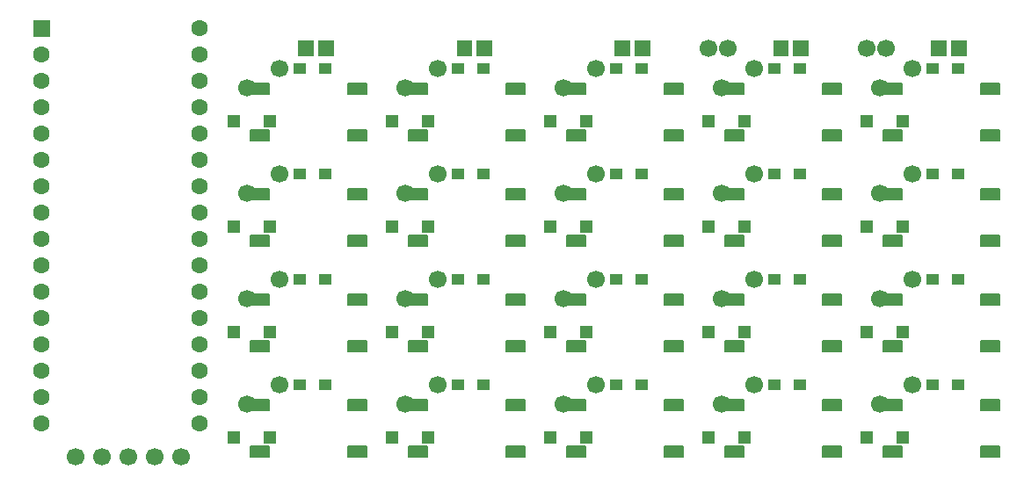
<source format=gts>
%FSLAX34Y34*%
%MOMM*%
%LNSOLDERMASK_TOP*%
G71*
G01*
%ADD10C, 0.21*%
%ADD11R, 1.20X1.22*%
%ADD12R, 1.25X1.10*%
%ADD13C, 1.70*%
%ADD14R, 1.50X1.60*%
%ADD15C, 1.60*%
%ADD16C, 1.70*%
%LPD*%
G36*
X249500Y902625D02*
X249500Y892625D01*
X232500Y892625D01*
X232500Y902625D01*
X249500Y902625D01*
G37*
G54D10*
X249500Y902625D02*
X249500Y892625D01*
X232500Y892625D01*
X232500Y902625D01*
X249500Y902625D01*
G36*
X249500Y857625D02*
X249500Y847625D01*
X232500Y847625D01*
X232500Y857625D01*
X249500Y857625D01*
G37*
G54D10*
X249500Y857625D02*
X249500Y847625D01*
X232500Y847625D01*
X232500Y857625D01*
X249500Y857625D01*
G36*
X343500Y902625D02*
X343500Y892625D01*
X326500Y892625D01*
X326500Y902625D01*
X343500Y902625D01*
G37*
G54D10*
X343500Y902625D02*
X343500Y892625D01*
X326500Y892625D01*
X326500Y902625D01*
X343500Y902625D01*
G36*
X343500Y857625D02*
X343500Y847625D01*
X326500Y847625D01*
X326500Y857625D01*
X343500Y857625D01*
G37*
G54D10*
X343500Y857625D02*
X343500Y847625D01*
X326500Y847625D01*
X326500Y857625D01*
X343500Y857625D01*
X215900Y866774D02*
G54D11*
D03*
X250800Y866774D02*
G54D11*
D03*
X304121Y917525D02*
G54D12*
D03*
X279421Y917525D02*
G54D12*
D03*
G36*
X249500Y801025D02*
X249500Y791025D01*
X232500Y791025D01*
X232500Y801025D01*
X249500Y801025D01*
G37*
G54D10*
X249500Y801025D02*
X249500Y791025D01*
X232500Y791025D01*
X232500Y801025D01*
X249500Y801025D01*
G36*
X249500Y756025D02*
X249500Y746025D01*
X232500Y746025D01*
X232500Y756025D01*
X249500Y756025D01*
G37*
G54D10*
X249500Y756025D02*
X249500Y746025D01*
X232500Y746025D01*
X232500Y756025D01*
X249500Y756025D01*
G36*
X343500Y801025D02*
X343500Y791025D01*
X326500Y791025D01*
X326500Y801025D01*
X343500Y801025D01*
G37*
G54D10*
X343500Y801025D02*
X343500Y791025D01*
X326500Y791025D01*
X326500Y801025D01*
X343500Y801025D01*
G36*
X343500Y756025D02*
X343500Y746025D01*
X326500Y746025D01*
X326500Y756025D01*
X343500Y756025D01*
G37*
G54D10*
X343500Y756025D02*
X343500Y746025D01*
X326500Y746025D01*
X326500Y756025D01*
X343500Y756025D01*
X215900Y765174D02*
G54D11*
D03*
X250800Y765174D02*
G54D11*
D03*
X304121Y815925D02*
G54D12*
D03*
X279421Y815925D02*
G54D12*
D03*
X228600Y898525D02*
G54D13*
D03*
X228600Y796925D02*
G54D13*
D03*
X260350Y917575D02*
G54D13*
D03*
X260350Y815975D02*
G54D13*
D03*
G36*
X249500Y699425D02*
X249500Y689425D01*
X232500Y689425D01*
X232500Y699425D01*
X249500Y699425D01*
G37*
G54D10*
X249500Y699425D02*
X249500Y689425D01*
X232500Y689425D01*
X232500Y699425D01*
X249500Y699425D01*
G36*
X249500Y654425D02*
X249500Y644425D01*
X232500Y644425D01*
X232500Y654425D01*
X249500Y654425D01*
G37*
G54D10*
X249500Y654425D02*
X249500Y644425D01*
X232500Y644425D01*
X232500Y654425D01*
X249500Y654425D01*
G36*
X343500Y699425D02*
X343500Y689425D01*
X326500Y689425D01*
X326500Y699425D01*
X343500Y699425D01*
G37*
G54D10*
X343500Y699425D02*
X343500Y689425D01*
X326500Y689425D01*
X326500Y699425D01*
X343500Y699425D01*
G36*
X343500Y654425D02*
X343500Y644425D01*
X326500Y644425D01*
X326500Y654425D01*
X343500Y654425D01*
G37*
G54D10*
X343500Y654425D02*
X343500Y644425D01*
X326500Y644425D01*
X326500Y654425D01*
X343500Y654425D01*
X215900Y663574D02*
G54D11*
D03*
X250800Y663574D02*
G54D11*
D03*
X304121Y714325D02*
G54D12*
D03*
X279421Y714325D02*
G54D12*
D03*
G36*
X249500Y597825D02*
X249500Y587825D01*
X232500Y587825D01*
X232500Y597825D01*
X249500Y597825D01*
G37*
G54D10*
X249500Y597825D02*
X249500Y587825D01*
X232500Y587825D01*
X232500Y597825D01*
X249500Y597825D01*
G36*
X249500Y552825D02*
X249500Y542825D01*
X232500Y542825D01*
X232500Y552825D01*
X249500Y552825D01*
G37*
G54D10*
X249500Y552825D02*
X249500Y542825D01*
X232500Y542825D01*
X232500Y552825D01*
X249500Y552825D01*
G36*
X343500Y597825D02*
X343500Y587825D01*
X326500Y587825D01*
X326500Y597825D01*
X343500Y597825D01*
G37*
G54D10*
X343500Y597825D02*
X343500Y587825D01*
X326500Y587825D01*
X326500Y597825D01*
X343500Y597825D01*
G36*
X343500Y552825D02*
X343500Y542825D01*
X326500Y542825D01*
X326500Y552825D01*
X343500Y552825D01*
G37*
G54D10*
X343500Y552825D02*
X343500Y542825D01*
X326500Y542825D01*
X326500Y552825D01*
X343500Y552825D01*
X215900Y561974D02*
G54D11*
D03*
X250800Y561974D02*
G54D11*
D03*
X304121Y612725D02*
G54D12*
D03*
X279421Y612725D02*
G54D12*
D03*
X228600Y695325D02*
G54D13*
D03*
X228600Y593725D02*
G54D13*
D03*
X260350Y714375D02*
G54D13*
D03*
X260350Y612775D02*
G54D13*
D03*
G36*
X401900Y902625D02*
X401900Y892625D01*
X384900Y892625D01*
X384900Y902625D01*
X401900Y902625D01*
G37*
G54D10*
X401900Y902625D02*
X401900Y892625D01*
X384900Y892625D01*
X384900Y902625D01*
X401900Y902625D01*
G36*
X401900Y857625D02*
X401900Y847625D01*
X384900Y847625D01*
X384900Y857625D01*
X401900Y857625D01*
G37*
G54D10*
X401900Y857625D02*
X401900Y847625D01*
X384900Y847625D01*
X384900Y857625D01*
X401900Y857625D01*
G36*
X495900Y902625D02*
X495900Y892625D01*
X478900Y892625D01*
X478900Y902625D01*
X495900Y902625D01*
G37*
G54D10*
X495900Y902625D02*
X495900Y892625D01*
X478900Y892625D01*
X478900Y902625D01*
X495900Y902625D01*
G36*
X495900Y857625D02*
X495900Y847625D01*
X478900Y847625D01*
X478900Y857625D01*
X495900Y857625D01*
G37*
G54D10*
X495900Y857625D02*
X495900Y847625D01*
X478900Y847625D01*
X478900Y857625D01*
X495900Y857625D01*
X368300Y866774D02*
G54D11*
D03*
X403200Y866774D02*
G54D11*
D03*
X456521Y917525D02*
G54D12*
D03*
X431821Y917525D02*
G54D12*
D03*
G36*
X401900Y801025D02*
X401900Y791025D01*
X384900Y791025D01*
X384900Y801025D01*
X401900Y801025D01*
G37*
G54D10*
X401900Y801025D02*
X401900Y791025D01*
X384900Y791025D01*
X384900Y801025D01*
X401900Y801025D01*
G36*
X401900Y756025D02*
X401900Y746025D01*
X384900Y746025D01*
X384900Y756025D01*
X401900Y756025D01*
G37*
G54D10*
X401900Y756025D02*
X401900Y746025D01*
X384900Y746025D01*
X384900Y756025D01*
X401900Y756025D01*
G36*
X495900Y801025D02*
X495900Y791025D01*
X478900Y791025D01*
X478900Y801025D01*
X495900Y801025D01*
G37*
G54D10*
X495900Y801025D02*
X495900Y791025D01*
X478900Y791025D01*
X478900Y801025D01*
X495900Y801025D01*
G36*
X495900Y756025D02*
X495900Y746025D01*
X478900Y746025D01*
X478900Y756025D01*
X495900Y756025D01*
G37*
G54D10*
X495900Y756025D02*
X495900Y746025D01*
X478900Y746025D01*
X478900Y756025D01*
X495900Y756025D01*
X368300Y765174D02*
G54D11*
D03*
X403200Y765174D02*
G54D11*
D03*
X456521Y815925D02*
G54D12*
D03*
X431821Y815925D02*
G54D12*
D03*
G36*
X554300Y902625D02*
X554300Y892625D01*
X537300Y892625D01*
X537300Y902625D01*
X554300Y902625D01*
G37*
G54D10*
X554300Y902625D02*
X554300Y892625D01*
X537300Y892625D01*
X537300Y902625D01*
X554300Y902625D01*
G36*
X554300Y857625D02*
X554300Y847625D01*
X537300Y847625D01*
X537300Y857625D01*
X554300Y857625D01*
G37*
G54D10*
X554300Y857625D02*
X554300Y847625D01*
X537300Y847625D01*
X537300Y857625D01*
X554300Y857625D01*
G36*
X648300Y902625D02*
X648300Y892625D01*
X631300Y892625D01*
X631300Y902625D01*
X648300Y902625D01*
G37*
G54D10*
X648300Y902625D02*
X648300Y892625D01*
X631300Y892625D01*
X631300Y902625D01*
X648300Y902625D01*
G36*
X648300Y857625D02*
X648300Y847625D01*
X631300Y847625D01*
X631300Y857625D01*
X648300Y857625D01*
G37*
G54D10*
X648300Y857625D02*
X648300Y847625D01*
X631300Y847625D01*
X631300Y857625D01*
X648300Y857625D01*
X520700Y866774D02*
G54D11*
D03*
X555600Y866774D02*
G54D11*
D03*
X608921Y917525D02*
G54D12*
D03*
X584221Y917525D02*
G54D12*
D03*
G36*
X554300Y801025D02*
X554300Y791025D01*
X537300Y791025D01*
X537300Y801025D01*
X554300Y801025D01*
G37*
G54D10*
X554300Y801025D02*
X554300Y791025D01*
X537300Y791025D01*
X537300Y801025D01*
X554300Y801025D01*
G36*
X554300Y756025D02*
X554300Y746025D01*
X537300Y746025D01*
X537300Y756025D01*
X554300Y756025D01*
G37*
G54D10*
X554300Y756025D02*
X554300Y746025D01*
X537300Y746025D01*
X537300Y756025D01*
X554300Y756025D01*
G36*
X648300Y801025D02*
X648300Y791025D01*
X631300Y791025D01*
X631300Y801025D01*
X648300Y801025D01*
G37*
G54D10*
X648300Y801025D02*
X648300Y791025D01*
X631300Y791025D01*
X631300Y801025D01*
X648300Y801025D01*
G36*
X648300Y756025D02*
X648300Y746025D01*
X631300Y746025D01*
X631300Y756025D01*
X648300Y756025D01*
G37*
G54D10*
X648300Y756025D02*
X648300Y746025D01*
X631300Y746025D01*
X631300Y756025D01*
X648300Y756025D01*
X520700Y765174D02*
G54D11*
D03*
X555600Y765174D02*
G54D11*
D03*
X608921Y815925D02*
G54D12*
D03*
X584221Y815925D02*
G54D12*
D03*
X381000Y898525D02*
G54D13*
D03*
X381000Y796925D02*
G54D13*
D03*
X533400Y898525D02*
G54D13*
D03*
X533400Y796925D02*
G54D13*
D03*
X412750Y917575D02*
G54D13*
D03*
X412750Y815975D02*
G54D13*
D03*
X565150Y917575D02*
G54D13*
D03*
X565150Y815975D02*
G54D13*
D03*
G36*
X401900Y699425D02*
X401900Y689425D01*
X384900Y689425D01*
X384900Y699425D01*
X401900Y699425D01*
G37*
G54D10*
X401900Y699425D02*
X401900Y689425D01*
X384900Y689425D01*
X384900Y699425D01*
X401900Y699425D01*
G36*
X401900Y654425D02*
X401900Y644425D01*
X384900Y644425D01*
X384900Y654425D01*
X401900Y654425D01*
G37*
G54D10*
X401900Y654425D02*
X401900Y644425D01*
X384900Y644425D01*
X384900Y654425D01*
X401900Y654425D01*
G36*
X495900Y699425D02*
X495900Y689425D01*
X478900Y689425D01*
X478900Y699425D01*
X495900Y699425D01*
G37*
G54D10*
X495900Y699425D02*
X495900Y689425D01*
X478900Y689425D01*
X478900Y699425D01*
X495900Y699425D01*
G36*
X495900Y654425D02*
X495900Y644425D01*
X478900Y644425D01*
X478900Y654425D01*
X495900Y654425D01*
G37*
G54D10*
X495900Y654425D02*
X495900Y644425D01*
X478900Y644425D01*
X478900Y654425D01*
X495900Y654425D01*
X368300Y663574D02*
G54D11*
D03*
X403200Y663574D02*
G54D11*
D03*
X456521Y714325D02*
G54D12*
D03*
X431821Y714325D02*
G54D12*
D03*
G36*
X401900Y597825D02*
X401900Y587825D01*
X384900Y587825D01*
X384900Y597825D01*
X401900Y597825D01*
G37*
G54D10*
X401900Y597825D02*
X401900Y587825D01*
X384900Y587825D01*
X384900Y597825D01*
X401900Y597825D01*
G36*
X401900Y552825D02*
X401900Y542825D01*
X384900Y542825D01*
X384900Y552825D01*
X401900Y552825D01*
G37*
G54D10*
X401900Y552825D02*
X401900Y542825D01*
X384900Y542825D01*
X384900Y552825D01*
X401900Y552825D01*
G36*
X495900Y597825D02*
X495900Y587825D01*
X478900Y587825D01*
X478900Y597825D01*
X495900Y597825D01*
G37*
G54D10*
X495900Y597825D02*
X495900Y587825D01*
X478900Y587825D01*
X478900Y597825D01*
X495900Y597825D01*
G36*
X495900Y552825D02*
X495900Y542825D01*
X478900Y542825D01*
X478900Y552825D01*
X495900Y552825D01*
G37*
G54D10*
X495900Y552825D02*
X495900Y542825D01*
X478900Y542825D01*
X478900Y552825D01*
X495900Y552825D01*
X368300Y561974D02*
G54D11*
D03*
X403200Y561974D02*
G54D11*
D03*
X456521Y612725D02*
G54D12*
D03*
X431821Y612725D02*
G54D12*
D03*
G36*
X554300Y699425D02*
X554300Y689425D01*
X537300Y689425D01*
X537300Y699425D01*
X554300Y699425D01*
G37*
G54D10*
X554300Y699425D02*
X554300Y689425D01*
X537300Y689425D01*
X537300Y699425D01*
X554300Y699425D01*
G36*
X554300Y654425D02*
X554300Y644425D01*
X537300Y644425D01*
X537300Y654425D01*
X554300Y654425D01*
G37*
G54D10*
X554300Y654425D02*
X554300Y644425D01*
X537300Y644425D01*
X537300Y654425D01*
X554300Y654425D01*
G36*
X648300Y699425D02*
X648300Y689425D01*
X631300Y689425D01*
X631300Y699425D01*
X648300Y699425D01*
G37*
G54D10*
X648300Y699425D02*
X648300Y689425D01*
X631300Y689425D01*
X631300Y699425D01*
X648300Y699425D01*
G36*
X648300Y654425D02*
X648300Y644425D01*
X631300Y644425D01*
X631300Y654425D01*
X648300Y654425D01*
G37*
G54D10*
X648300Y654425D02*
X648300Y644425D01*
X631300Y644425D01*
X631300Y654425D01*
X648300Y654425D01*
X520700Y663574D02*
G54D11*
D03*
X555600Y663574D02*
G54D11*
D03*
X608921Y714325D02*
G54D12*
D03*
X584221Y714325D02*
G54D12*
D03*
G36*
X554300Y597825D02*
X554300Y587825D01*
X537300Y587825D01*
X537300Y597825D01*
X554300Y597825D01*
G37*
G54D10*
X554300Y597825D02*
X554300Y587825D01*
X537300Y587825D01*
X537300Y597825D01*
X554300Y597825D01*
G36*
X554300Y552825D02*
X554300Y542825D01*
X537300Y542825D01*
X537300Y552825D01*
X554300Y552825D01*
G37*
G54D10*
X554300Y552825D02*
X554300Y542825D01*
X537300Y542825D01*
X537300Y552825D01*
X554300Y552825D01*
G36*
X648300Y597825D02*
X648300Y587825D01*
X631300Y587825D01*
X631300Y597825D01*
X648300Y597825D01*
G37*
G54D10*
X648300Y597825D02*
X648300Y587825D01*
X631300Y587825D01*
X631300Y597825D01*
X648300Y597825D01*
G36*
X648300Y552825D02*
X648300Y542825D01*
X631300Y542825D01*
X631300Y552825D01*
X648300Y552825D01*
G37*
G54D10*
X648300Y552825D02*
X648300Y542825D01*
X631300Y542825D01*
X631300Y552825D01*
X648300Y552825D01*
X520700Y561974D02*
G54D11*
D03*
X555600Y561974D02*
G54D11*
D03*
X608921Y612725D02*
G54D12*
D03*
X584221Y612725D02*
G54D12*
D03*
X381000Y695325D02*
G54D13*
D03*
X381000Y593725D02*
G54D13*
D03*
X533400Y695325D02*
G54D13*
D03*
X533400Y593725D02*
G54D13*
D03*
X412750Y714375D02*
G54D13*
D03*
X412750Y612775D02*
G54D13*
D03*
X565150Y714375D02*
G54D13*
D03*
X565150Y612775D02*
G54D13*
D03*
X285800Y936625D02*
G54D14*
D03*
X304800Y936625D02*
G54D14*
D03*
G36*
X430700Y944625D02*
X445700Y944625D01*
X445700Y928625D01*
X430700Y928625D01*
X430700Y944625D01*
G37*
X457200Y936625D02*
G54D14*
D03*
X590600Y936625D02*
G54D14*
D03*
X609600Y936625D02*
G54D14*
D03*
G36*
X706700Y902625D02*
X706700Y892625D01*
X689700Y892625D01*
X689700Y902625D01*
X706700Y902625D01*
G37*
G54D10*
X706700Y902625D02*
X706700Y892625D01*
X689700Y892625D01*
X689700Y902625D01*
X706700Y902625D01*
G36*
X706700Y857625D02*
X706700Y847625D01*
X689700Y847625D01*
X689700Y857625D01*
X706700Y857625D01*
G37*
G54D10*
X706700Y857625D02*
X706700Y847625D01*
X689700Y847625D01*
X689700Y857625D01*
X706700Y857625D01*
G36*
X800700Y902625D02*
X800700Y892625D01*
X783700Y892625D01*
X783700Y902625D01*
X800700Y902625D01*
G37*
G54D10*
X800700Y902625D02*
X800700Y892625D01*
X783700Y892625D01*
X783700Y902625D01*
X800700Y902625D01*
G36*
X800700Y857625D02*
X800700Y847625D01*
X783700Y847625D01*
X783700Y857625D01*
X800700Y857625D01*
G37*
G54D10*
X800700Y857625D02*
X800700Y847625D01*
X783700Y847625D01*
X783700Y857625D01*
X800700Y857625D01*
X673100Y866774D02*
G54D11*
D03*
X708000Y866774D02*
G54D11*
D03*
X761321Y917525D02*
G54D12*
D03*
X736621Y917525D02*
G54D12*
D03*
G36*
X706700Y801025D02*
X706700Y791025D01*
X689700Y791025D01*
X689700Y801025D01*
X706700Y801025D01*
G37*
G54D10*
X706700Y801025D02*
X706700Y791025D01*
X689700Y791025D01*
X689700Y801025D01*
X706700Y801025D01*
G36*
X706700Y756025D02*
X706700Y746025D01*
X689700Y746025D01*
X689700Y756025D01*
X706700Y756025D01*
G37*
G54D10*
X706700Y756025D02*
X706700Y746025D01*
X689700Y746025D01*
X689700Y756025D01*
X706700Y756025D01*
G36*
X800700Y801025D02*
X800700Y791025D01*
X783700Y791025D01*
X783700Y801025D01*
X800700Y801025D01*
G37*
G54D10*
X800700Y801025D02*
X800700Y791025D01*
X783700Y791025D01*
X783700Y801025D01*
X800700Y801025D01*
G36*
X800700Y756025D02*
X800700Y746025D01*
X783700Y746025D01*
X783700Y756025D01*
X800700Y756025D01*
G37*
G54D10*
X800700Y756025D02*
X800700Y746025D01*
X783700Y746025D01*
X783700Y756025D01*
X800700Y756025D01*
X673100Y765174D02*
G54D11*
D03*
X708000Y765174D02*
G54D11*
D03*
X761321Y815925D02*
G54D12*
D03*
X736621Y815925D02*
G54D12*
D03*
G36*
X859100Y902625D02*
X859100Y892625D01*
X842100Y892625D01*
X842100Y902625D01*
X859100Y902625D01*
G37*
G54D10*
X859100Y902625D02*
X859100Y892625D01*
X842100Y892625D01*
X842100Y902625D01*
X859100Y902625D01*
G36*
X859100Y857625D02*
X859100Y847625D01*
X842100Y847625D01*
X842100Y857625D01*
X859100Y857625D01*
G37*
G54D10*
X859100Y857625D02*
X859100Y847625D01*
X842100Y847625D01*
X842100Y857625D01*
X859100Y857625D01*
G36*
X953100Y902625D02*
X953100Y892625D01*
X936100Y892625D01*
X936100Y902625D01*
X953100Y902625D01*
G37*
G54D10*
X953100Y902625D02*
X953100Y892625D01*
X936100Y892625D01*
X936100Y902625D01*
X953100Y902625D01*
G36*
X953100Y857625D02*
X953100Y847625D01*
X936100Y847625D01*
X936100Y857625D01*
X953100Y857625D01*
G37*
G54D10*
X953100Y857625D02*
X953100Y847625D01*
X936100Y847625D01*
X936100Y857625D01*
X953100Y857625D01*
X825500Y866774D02*
G54D11*
D03*
X860400Y866774D02*
G54D11*
D03*
X913721Y917525D02*
G54D12*
D03*
X889021Y917525D02*
G54D12*
D03*
G36*
X859100Y801025D02*
X859100Y791025D01*
X842100Y791025D01*
X842100Y801025D01*
X859100Y801025D01*
G37*
G54D10*
X859100Y801025D02*
X859100Y791025D01*
X842100Y791025D01*
X842100Y801025D01*
X859100Y801025D01*
G36*
X859100Y756025D02*
X859100Y746025D01*
X842100Y746025D01*
X842100Y756025D01*
X859100Y756025D01*
G37*
G54D10*
X859100Y756025D02*
X859100Y746025D01*
X842100Y746025D01*
X842100Y756025D01*
X859100Y756025D01*
G36*
X953100Y801025D02*
X953100Y791025D01*
X936100Y791025D01*
X936100Y801025D01*
X953100Y801025D01*
G37*
G54D10*
X953100Y801025D02*
X953100Y791025D01*
X936100Y791025D01*
X936100Y801025D01*
X953100Y801025D01*
G36*
X953100Y756025D02*
X953100Y746025D01*
X936100Y746025D01*
X936100Y756025D01*
X953100Y756025D01*
G37*
G54D10*
X953100Y756025D02*
X953100Y746025D01*
X936100Y746025D01*
X936100Y756025D01*
X953100Y756025D01*
X825500Y765174D02*
G54D11*
D03*
X860400Y765174D02*
G54D11*
D03*
X913721Y815925D02*
G54D12*
D03*
X889021Y815925D02*
G54D12*
D03*
X685800Y898525D02*
G54D13*
D03*
X685800Y796925D02*
G54D13*
D03*
X838200Y898525D02*
G54D13*
D03*
X838200Y796925D02*
G54D13*
D03*
X717550Y917575D02*
G54D13*
D03*
X717550Y815975D02*
G54D13*
D03*
X869950Y917575D02*
G54D13*
D03*
X869950Y815975D02*
G54D13*
D03*
G36*
X706700Y699425D02*
X706700Y689425D01*
X689700Y689425D01*
X689700Y699425D01*
X706700Y699425D01*
G37*
G54D10*
X706700Y699425D02*
X706700Y689425D01*
X689700Y689425D01*
X689700Y699425D01*
X706700Y699425D01*
G36*
X706700Y654425D02*
X706700Y644425D01*
X689700Y644425D01*
X689700Y654425D01*
X706700Y654425D01*
G37*
G54D10*
X706700Y654425D02*
X706700Y644425D01*
X689700Y644425D01*
X689700Y654425D01*
X706700Y654425D01*
G36*
X800700Y699425D02*
X800700Y689425D01*
X783700Y689425D01*
X783700Y699425D01*
X800700Y699425D01*
G37*
G54D10*
X800700Y699425D02*
X800700Y689425D01*
X783700Y689425D01*
X783700Y699425D01*
X800700Y699425D01*
G36*
X800700Y654425D02*
X800700Y644425D01*
X783700Y644425D01*
X783700Y654425D01*
X800700Y654425D01*
G37*
G54D10*
X800700Y654425D02*
X800700Y644425D01*
X783700Y644425D01*
X783700Y654425D01*
X800700Y654425D01*
X673100Y663574D02*
G54D11*
D03*
X708000Y663574D02*
G54D11*
D03*
X761321Y714325D02*
G54D12*
D03*
X736621Y714325D02*
G54D12*
D03*
G36*
X706700Y597825D02*
X706700Y587825D01*
X689700Y587825D01*
X689700Y597825D01*
X706700Y597825D01*
G37*
G54D10*
X706700Y597825D02*
X706700Y587825D01*
X689700Y587825D01*
X689700Y597825D01*
X706700Y597825D01*
G36*
X706700Y552825D02*
X706700Y542825D01*
X689700Y542825D01*
X689700Y552825D01*
X706700Y552825D01*
G37*
G54D10*
X706700Y552825D02*
X706700Y542825D01*
X689700Y542825D01*
X689700Y552825D01*
X706700Y552825D01*
G36*
X800700Y597825D02*
X800700Y587825D01*
X783700Y587825D01*
X783700Y597825D01*
X800700Y597825D01*
G37*
G54D10*
X800700Y597825D02*
X800700Y587825D01*
X783700Y587825D01*
X783700Y597825D01*
X800700Y597825D01*
G36*
X800700Y552825D02*
X800700Y542825D01*
X783700Y542825D01*
X783700Y552825D01*
X800700Y552825D01*
G37*
G54D10*
X800700Y552825D02*
X800700Y542825D01*
X783700Y542825D01*
X783700Y552825D01*
X800700Y552825D01*
X673100Y561974D02*
G54D11*
D03*
X708000Y561974D02*
G54D11*
D03*
X761321Y612725D02*
G54D12*
D03*
X736621Y612725D02*
G54D12*
D03*
G36*
X859100Y699425D02*
X859100Y689425D01*
X842100Y689425D01*
X842100Y699425D01*
X859100Y699425D01*
G37*
G54D10*
X859100Y699425D02*
X859100Y689425D01*
X842100Y689425D01*
X842100Y699425D01*
X859100Y699425D01*
G36*
X859100Y654425D02*
X859100Y644425D01*
X842100Y644425D01*
X842100Y654425D01*
X859100Y654425D01*
G37*
G54D10*
X859100Y654425D02*
X859100Y644425D01*
X842100Y644425D01*
X842100Y654425D01*
X859100Y654425D01*
G36*
X953100Y699425D02*
X953100Y689425D01*
X936100Y689425D01*
X936100Y699425D01*
X953100Y699425D01*
G37*
G54D10*
X953100Y699425D02*
X953100Y689425D01*
X936100Y689425D01*
X936100Y699425D01*
X953100Y699425D01*
G36*
X953100Y654425D02*
X953100Y644425D01*
X936100Y644425D01*
X936100Y654425D01*
X953100Y654425D01*
G37*
G54D10*
X953100Y654425D02*
X953100Y644425D01*
X936100Y644425D01*
X936100Y654425D01*
X953100Y654425D01*
X825500Y663574D02*
G54D11*
D03*
X860400Y663574D02*
G54D11*
D03*
X913721Y714325D02*
G54D12*
D03*
X889021Y714325D02*
G54D12*
D03*
G36*
X859100Y597825D02*
X859100Y587825D01*
X842100Y587825D01*
X842100Y597825D01*
X859100Y597825D01*
G37*
G54D10*
X859100Y597825D02*
X859100Y587825D01*
X842100Y587825D01*
X842100Y597825D01*
X859100Y597825D01*
G36*
X859100Y552825D02*
X859100Y542825D01*
X842100Y542825D01*
X842100Y552825D01*
X859100Y552825D01*
G37*
G54D10*
X859100Y552825D02*
X859100Y542825D01*
X842100Y542825D01*
X842100Y552825D01*
X859100Y552825D01*
G36*
X953100Y597825D02*
X953100Y587825D01*
X936100Y587825D01*
X936100Y597825D01*
X953100Y597825D01*
G37*
G54D10*
X953100Y597825D02*
X953100Y587825D01*
X936100Y587825D01*
X936100Y597825D01*
X953100Y597825D01*
G36*
X953100Y552825D02*
X953100Y542825D01*
X936100Y542825D01*
X936100Y552825D01*
X953100Y552825D01*
G37*
G54D10*
X953100Y552825D02*
X953100Y542825D01*
X936100Y542825D01*
X936100Y552825D01*
X953100Y552825D01*
X825500Y561974D02*
G54D11*
D03*
X860400Y561974D02*
G54D11*
D03*
X913721Y612725D02*
G54D12*
D03*
X889021Y612725D02*
G54D12*
D03*
X685800Y695325D02*
G54D13*
D03*
X685800Y593725D02*
G54D13*
D03*
X838200Y695325D02*
G54D13*
D03*
X838200Y593725D02*
G54D13*
D03*
X717550Y714375D02*
G54D13*
D03*
X717550Y612775D02*
G54D13*
D03*
X869950Y714375D02*
G54D13*
D03*
X869950Y612775D02*
G54D13*
D03*
G36*
X735500Y944625D02*
X750500Y944625D01*
X750500Y928625D01*
X735500Y928625D01*
X735500Y944625D01*
G37*
X762000Y936625D02*
G54D14*
D03*
X895400Y936625D02*
G54D14*
D03*
X914400Y936625D02*
G54D14*
D03*
X673100Y936625D02*
G54D13*
D03*
X692150Y936625D02*
G54D13*
D03*
X825500Y936625D02*
G54D13*
D03*
X844550Y936625D02*
G54D13*
D03*
G36*
X38808Y963942D02*
X38808Y947942D01*
X22808Y947942D01*
X22808Y963942D01*
X38808Y963942D01*
G37*
X30808Y930542D02*
G54D15*
D03*
X30808Y905142D02*
G54D15*
D03*
X30808Y879742D02*
G54D15*
D03*
X30808Y854342D02*
G54D15*
D03*
X30808Y828942D02*
G54D15*
D03*
X30808Y803542D02*
G54D15*
D03*
X30808Y778142D02*
G54D15*
D03*
X30808Y752742D02*
G54D15*
D03*
X30808Y727342D02*
G54D15*
D03*
X30808Y701942D02*
G54D15*
D03*
X30808Y676542D02*
G54D15*
D03*
X30808Y651142D02*
G54D15*
D03*
X30808Y625742D02*
G54D15*
D03*
X30808Y600342D02*
G54D15*
D03*
X30808Y574942D02*
G54D15*
D03*
X183208Y574942D02*
G54D15*
D03*
X183208Y600342D02*
G54D15*
D03*
X183208Y625742D02*
G54D15*
D03*
X183208Y651142D02*
G54D15*
D03*
X183208Y676542D02*
G54D15*
D03*
X183208Y701942D02*
G54D15*
D03*
X183208Y727342D02*
G54D15*
D03*
X183208Y752742D02*
G54D15*
D03*
X183208Y778142D02*
G54D15*
D03*
X183208Y803542D02*
G54D15*
D03*
X183208Y828942D02*
G54D15*
D03*
X183208Y854342D02*
G54D15*
D03*
X183208Y879742D02*
G54D15*
D03*
X183208Y905142D02*
G54D15*
D03*
X183208Y930542D02*
G54D15*
D03*
X183208Y955942D02*
G54D15*
D03*
X63500Y542925D02*
G54D16*
D03*
X88900Y542925D02*
G54D16*
D03*
X114300Y542925D02*
G54D16*
D03*
X139700Y542925D02*
G54D16*
D03*
X165100Y542925D02*
G54D16*
D03*
M02*

</source>
